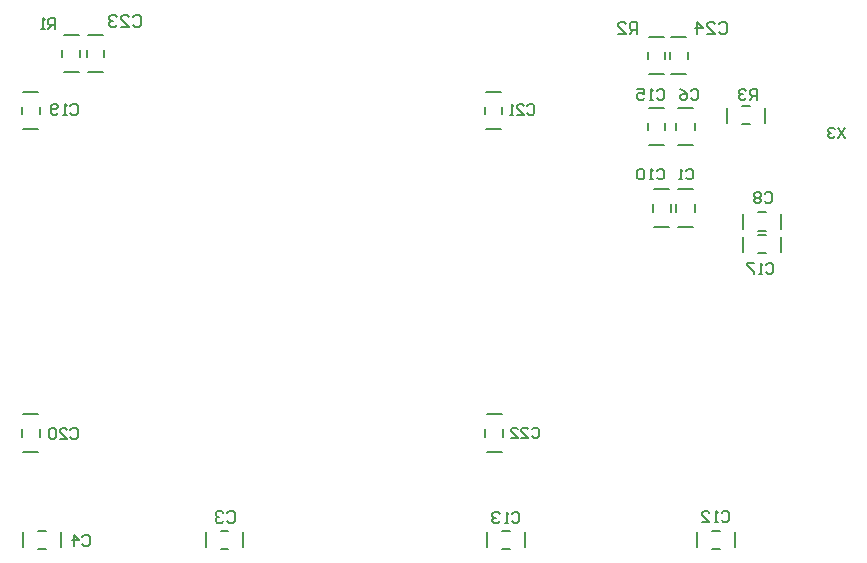
<source format=gbo>
G04*
G04 #@! TF.GenerationSoftware,Altium Limited,Altium Designer,23.9.2 (47)*
G04*
G04 Layer_Color=32896*
%FSAX42Y42*%
%MOMM*%
G71*
G04*
G04 #@! TF.SameCoordinates,6700F035-4CF4-4C6A-B223-3C7F8516C722*
G04*
G04*
G04 #@! TF.FilePolarity,Positive*
G04*
G01*
G75*
%ADD14C,0.20*%
%ADD56C,0.15*%
D14*
X009554Y006818D02*
X009571Y006835D01*
X009604D01*
X009621Y006818D01*
Y006752D01*
X009604Y006735D01*
X009571D01*
X009554Y006752D01*
X009454Y006735D02*
X009521D01*
X009454Y006802D01*
Y006818D01*
X009471Y006835D01*
X009504D01*
X009521Y006818D01*
X009371Y006735D02*
Y006835D01*
X009421Y006785D01*
X009354D01*
X004592Y006883D02*
X004608Y006900D01*
X004642D01*
X004658Y006883D01*
Y006817D01*
X004642Y006800D01*
X004608D01*
X004592Y006817D01*
X004492Y006800D02*
X004558D01*
X004492Y006867D01*
Y006883D01*
X004508Y006900D01*
X004542D01*
X004558Y006883D01*
X004458D02*
X004442Y006900D01*
X004408D01*
X004392Y006883D01*
Y006867D01*
X004408Y006850D01*
X004425D01*
X004408D01*
X004392Y006833D01*
Y006817D01*
X004408Y006800D01*
X004442D01*
X004458Y006817D01*
X008863Y006735D02*
Y006835D01*
X008813D01*
X008797Y006818D01*
Y006785D01*
X008813Y006768D01*
X008863D01*
X008830D02*
X008797Y006735D01*
X008697D02*
X008763D01*
X008697Y006802D01*
Y006818D01*
X008713Y006835D01*
X008747D01*
X008763Y006818D01*
X009875Y006180D02*
Y006270D01*
X009830D01*
X009815Y006255D01*
Y006225D01*
X009830Y006210D01*
X009875D01*
X009845D02*
X009815Y006180D01*
X009785Y006255D02*
X009770Y006270D01*
X009740D01*
X009725Y006255D01*
Y006240D01*
X009740Y006225D01*
X009755D01*
X009740D01*
X009725Y006210D01*
Y006195D01*
X009740Y006180D01*
X009770D01*
X009785Y006195D01*
X007971Y003390D02*
X007986Y003405D01*
X008016D01*
X008031Y003390D01*
Y003330D01*
X008016Y003315D01*
X007986D01*
X007971Y003330D01*
X007881Y003315D02*
X007941D01*
X007881Y003375D01*
Y003390D01*
X007896Y003405D01*
X007926D01*
X007941Y003390D01*
X007791Y003315D02*
X007851D01*
X007791Y003375D01*
Y003390D01*
X007806Y003405D01*
X007836D01*
X007851Y003390D01*
X007932Y006127D02*
X007947Y006142D01*
X007977D01*
X007992Y006127D01*
Y006068D01*
X007977Y006053D01*
X007947D01*
X007932Y006068D01*
X007843Y006053D02*
X007902D01*
X007843Y006112D01*
Y006127D01*
X007858Y006142D01*
X007888D01*
X007902Y006127D01*
X007813Y006053D02*
X007783D01*
X007798D01*
Y006142D01*
X007813Y006127D01*
X004063Y003384D02*
X004078Y003399D01*
X004108D01*
X004123Y003384D01*
Y003324D01*
X004108Y003309D01*
X004078D01*
X004063Y003324D01*
X003973Y003309D02*
X004033D01*
X003973Y003369D01*
Y003384D01*
X003988Y003399D01*
X004018D01*
X004033Y003384D01*
X003943D02*
X003928Y003399D01*
X003898D01*
X003883Y003384D01*
Y003324D01*
X003898Y003309D01*
X003928D01*
X003943Y003324D01*
Y003384D01*
X004063Y006130D02*
X004078Y006145D01*
X004108D01*
X004123Y006130D01*
Y006070D01*
X004108Y006055D01*
X004078D01*
X004063Y006070D01*
X004033Y006055D02*
X004003D01*
X004018D01*
Y006145D01*
X004033Y006130D01*
X003958Y006070D02*
X003943Y006055D01*
X003913D01*
X003898Y006070D01*
Y006130D01*
X003913Y006145D01*
X003943D01*
X003958Y006130D01*
Y006115D01*
X003943Y006100D01*
X003898D01*
X003935Y006780D02*
Y006870D01*
X003890D01*
X003875Y006855D01*
Y006825D01*
X003890Y006810D01*
X003935D01*
X003905D02*
X003875Y006780D01*
X003845D02*
X003815D01*
X003830D01*
Y006870D01*
X003845Y006855D01*
X009940Y005380D02*
X009955Y005395D01*
X009985D01*
X010000Y005380D01*
Y005320D01*
X009985Y005305D01*
X009955D01*
X009940Y005320D01*
X009910Y005380D02*
X009895Y005395D01*
X009865D01*
X009850Y005380D01*
Y005365D01*
X009865Y005350D01*
X009850Y005335D01*
Y005320D01*
X009865Y005305D01*
X009895D01*
X009910Y005320D01*
Y005335D01*
X009895Y005350D01*
X009910Y005365D01*
Y005380D01*
X009895Y005350D02*
X009865D01*
X009027Y006255D02*
X009042Y006270D01*
X009072D01*
X009087Y006255D01*
Y006195D01*
X009072Y006180D01*
X009042D01*
X009027Y006195D01*
X008997Y006180D02*
X008968D01*
X008982D01*
Y006270D01*
X008997Y006255D01*
X008863Y006270D02*
X008923D01*
Y006225D01*
X008893Y006240D01*
X008878D01*
X008863Y006225D01*
Y006195D01*
X008878Y006180D01*
X008908D01*
X008923Y006195D01*
X004165Y002480D02*
X004180Y002495D01*
X004210D01*
X004225Y002480D01*
Y002420D01*
X004210Y002405D01*
X004180D01*
X004165Y002420D01*
X004090Y002405D02*
Y002495D01*
X004135Y002450D01*
X004075D01*
X007801Y002671D02*
X007816Y002686D01*
X007846D01*
X007861Y002671D01*
Y002611D01*
X007846Y002596D01*
X007816D01*
X007801Y002611D01*
X007771Y002596D02*
X007741D01*
X007756D01*
Y002686D01*
X007771Y002671D01*
X007696D02*
X007681Y002686D01*
X007651D01*
X007636Y002671D01*
Y002656D01*
X007651Y002641D01*
X007666D01*
X007651D01*
X007636Y002626D01*
Y002611D01*
X007651Y002596D01*
X007681D01*
X007696Y002611D01*
X009315Y006255D02*
X009330Y006270D01*
X009360D01*
X009375Y006255D01*
Y006195D01*
X009360Y006180D01*
X009330D01*
X009315Y006195D01*
X009225Y006270D02*
X009255Y006255D01*
X009285Y006225D01*
Y006195D01*
X009270Y006180D01*
X009240D01*
X009225Y006195D01*
Y006210D01*
X009240Y006225D01*
X009285D01*
X009027Y005580D02*
X009042Y005595D01*
X009072D01*
X009087Y005580D01*
Y005520D01*
X009072Y005505D01*
X009042D01*
X009027Y005520D01*
X008997Y005505D02*
X008968D01*
X008982D01*
Y005595D01*
X008997Y005580D01*
X008923D02*
X008908Y005595D01*
X008878D01*
X008863Y005580D01*
Y005520D01*
X008878Y005505D01*
X008908D01*
X008923Y005520D01*
Y005580D01*
X005392Y002683D02*
X005408Y002700D01*
X005442D01*
X005458Y002683D01*
Y002617D01*
X005442Y002600D01*
X005408D01*
X005392Y002617D01*
X005358Y002683D02*
X005342Y002700D01*
X005308D01*
X005292Y002683D01*
Y002667D01*
X005308Y002650D01*
X005325D01*
X005308D01*
X005292Y002633D01*
Y002617D01*
X005308Y002600D01*
X005342D01*
X005358Y002617D01*
X009952Y004780D02*
X009967Y004795D01*
X009997D01*
X010012Y004780D01*
Y004720D01*
X009997Y004705D01*
X009967D01*
X009952Y004720D01*
X009922Y004705D02*
X009893D01*
X009907D01*
Y004795D01*
X009922Y004780D01*
X009848Y004795D02*
X009788D01*
Y004780D01*
X009848Y004720D01*
Y004705D01*
X009577Y002680D02*
X009592Y002695D01*
X009622D01*
X009637Y002680D01*
Y002620D01*
X009622Y002605D01*
X009592D01*
X009577Y002620D01*
X009547Y002605D02*
X009518D01*
X009532D01*
Y002695D01*
X009547Y002680D01*
X009413Y002605D02*
X009473D01*
X009413Y002665D01*
Y002680D01*
X009428Y002695D01*
X009458D01*
X009473Y002680D01*
X009275Y005580D02*
X009290Y005595D01*
X009320D01*
X009335Y005580D01*
Y005520D01*
X009320Y005505D01*
X009290D01*
X009275Y005520D01*
X009245Y005505D02*
X009215D01*
X009230D01*
Y005595D01*
X009245Y005580D01*
X010625Y005945D02*
X010565Y005855D01*
Y005945D02*
X010625Y005855D01*
X010535Y005930D02*
X010520Y005945D01*
X010490D01*
X010475Y005930D01*
Y005915D01*
X010490Y005900D01*
X010505D01*
X010490D01*
X010475Y005885D01*
Y005870D01*
X010490Y005855D01*
X010520D01*
X010535Y005870D01*
D56*
X003664Y003201D02*
X003791D01*
X003664Y003519D02*
X003791D01*
X003804Y003328D02*
Y003392D01*
X003651Y003328D02*
Y003392D01*
X003802Y006058D02*
Y006122D01*
X003649Y006058D02*
Y006122D01*
X003662Y005931D02*
X003789D01*
X003662Y006249D02*
X003789D01*
X004212Y006729D02*
X004338D01*
X004212Y006411D02*
X004338D01*
X004199Y006539D02*
Y006602D01*
X004351Y006539D02*
Y006602D01*
X008961Y006397D02*
X009089D01*
X008961Y006714D02*
X009089D01*
X009101Y006524D02*
Y006587D01*
X008949Y006524D02*
Y006587D01*
X009149Y006397D02*
X009276D01*
X009149Y006714D02*
X009276D01*
X009289Y006524D02*
Y006587D01*
X009136Y006524D02*
Y006587D01*
X004006Y006411D02*
X004133D01*
X004006Y006729D02*
X004133D01*
X004146Y006539D02*
Y006602D01*
X003994Y006539D02*
Y006602D01*
X009886Y005226D02*
X009950D01*
X009886Y005073D02*
X009950D01*
X010076Y005086D02*
Y005213D01*
X009759Y005086D02*
Y005213D01*
X009943Y005984D02*
Y006111D01*
X009626Y005984D02*
Y006111D01*
X009753Y006124D02*
X009817D01*
X009753Y005971D02*
X009817D01*
X007718Y002531D02*
X007782D01*
X007718Y002379D02*
X007782D01*
X007909Y002392D02*
Y002518D01*
X007592Y002392D02*
Y002518D01*
X007721Y006058D02*
Y006122D01*
X007569Y006058D02*
Y006122D01*
X007582Y005931D02*
X007708D01*
X007582Y006249D02*
X007708D01*
X007574Y003328D02*
Y003392D01*
X007726Y003328D02*
Y003392D01*
X007586Y003519D02*
X007714D01*
X007586Y003201D02*
X007714D01*
X009207Y005106D02*
X009334D01*
X009207Y005424D02*
X009334D01*
X009347Y005233D02*
Y005297D01*
X009194Y005233D02*
Y005297D01*
X009006Y005106D02*
X009133D01*
X009006Y005424D02*
X009133D01*
X009146Y005233D02*
Y005297D01*
X008994Y005233D02*
Y005297D01*
X008961Y005794D02*
X009089D01*
X008961Y006112D02*
X009089D01*
X009101Y005921D02*
Y005985D01*
X008949Y005921D02*
Y005985D01*
X009194Y005921D02*
Y005985D01*
X009347Y005921D02*
Y005985D01*
X009207Y006112D02*
X009334D01*
X009207Y005794D02*
X009334D01*
X009759Y004893D02*
Y005020D01*
X010076Y004893D02*
Y005020D01*
X009886Y004880D02*
X009950D01*
X009886Y005033D02*
X009950D01*
X003664Y002392D02*
Y002518D01*
X003981Y002392D02*
Y002518D01*
X003791Y002379D02*
X003854D01*
X003791Y002531D02*
X003854D01*
X005338Y002379D02*
X005401D01*
X005338Y002531D02*
X005401D01*
X005211Y002392D02*
Y002518D01*
X005528Y002392D02*
Y002518D01*
X009368Y002392D02*
Y002518D01*
X009686Y002392D02*
Y002518D01*
X009495Y002379D02*
X009559D01*
X009495Y002531D02*
X009559D01*
M02*

</source>
